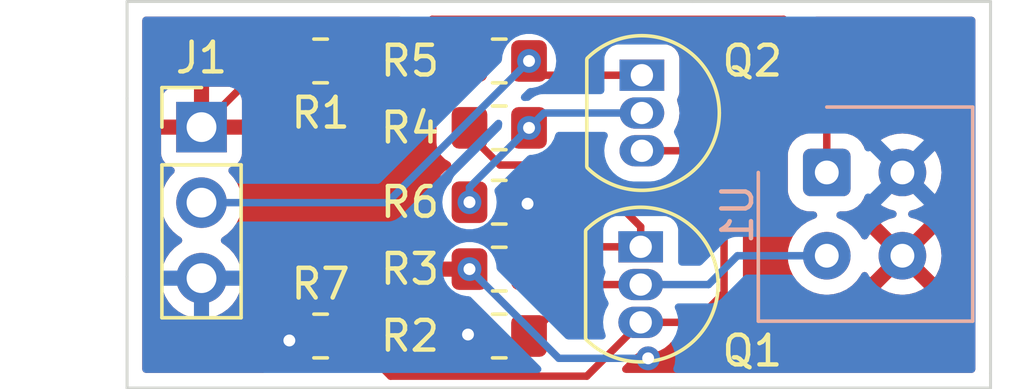
<source format=kicad_pcb>
(kicad_pcb (version 20211014) (generator pcbnew)
  (layers (0 "F.Cu" signal) (31 "B.Cu" signal) (34 "B.Paste" user) (35 "F.Paste" user) (36 "B.SilkS" user "B.Silkscreen") (37 "F.SilkS" user "F.Silkscreen") (38 "B.Mask" user) (39 "F.Mask" user) (44 "Edge.Cuts" user))
  (net 0 "")
  (net 1 "VCC")
  (net 2 "Net-(J1-Pad2)")
  (net 3 "GND")
  (net 4 "Net-(Q1-Pad1)")
  (net 5 "Net-(Q1-Pad2)")
  (net 6 "Net-(Q1-Pad3)")
  (net 7 "Net-(Q2-Pad2)")
  (net 8 "Net-(R1-Pad2)")
  (footprint "Resistor_SMD:R_0805_2012Metric_Pad1.20x1.40mm_HandSolder" (layer "F.Cu") (at 148.25 70)
    (fp_text reference "R5" (at -3 0) (layer "F.SilkS"))
    (fp_text value "R")
    (fp_line (start -0.227064 -0.735) (end 0.227064 -0.735) (layer "F.SilkS") (width 0.12))
    (fp_line (start -0.227064 0.735) (end 0.227064 0.735) (layer "F.SilkS") (width 0.12))
    (pad "1" smd roundrect (at -1 0) (size 1.2 1.4) (layers "F.Cu" "F.Paste" "F.Mask") (roundrect_rratio 0.2083333333) (net 1 "VCC"))
    (pad "2" smd roundrect (at 1 0) (size 1.2 1.4) (layers "F.Cu" "F.Paste" "F.Mask") (roundrect_rratio 0.2083333333) (net 2 "Net-(J1-Pad2)"))
  )
  (footprint "Package_TO_SOT_THT:TO-92_Inline" (layer "F.Cu") (at 153 76.25 -90)
    (fp_text reference "Q1" (at 3.5 -3.75 180) (layer "F.SilkS"))
    (fp_text value "BC547")
    (fp_line (start -0.53 1.85) (end 3.07 1.85) (layer "F.SilkS") (width 0.12))
    (fp_arc (start -0.568478 1.838478) (mid -1.132087 -0.994977) (end 1.27 -2.6) (layer "F.SilkS") (width 0.12))
    (fp_arc (start 1.27 -2.6) (mid 3.672087 -0.994977) (end 3.108478 1.838478) (layer "F.SilkS") (width 0.12))
    (pad "1" thru_hole rect (at 0 0 270) (size 1.05 1.5) (drill 0.75) (layers *.Cu *.Mask) (net 4 "Net-(Q1-Pad1)"))
    (pad "2" thru_hole oval (at 1.27 0 270) (size 1.05 1.5) (drill 0.75) (layers *.Cu *.Mask) (net 5 "Net-(Q1-Pad2)"))
    (pad "3" thru_hole oval (at 2.54 0 270) (size 1.05 1.5) (drill 0.75) (layers *.Cu *.Mask) (net 6 "Net-(Q1-Pad3)"))
  )
  (footprint "Resistor_SMD:R_0805_2012Metric_Pad1.20x1.40mm_HandSolder" (layer "F.Cu") (at 148.25 74.75)
    (fp_text reference "R6" (at -3 0) (layer "F.SilkS"))
    (fp_text value "1k")
    (fp_line (start -0.227064 -0.735) (end 0.227064 -0.735) (layer "F.SilkS") (width 0.12))
    (fp_line (start -0.227064 0.735) (end 0.227064 0.735) (layer "F.SilkS") (width 0.12))
    (pad "1" smd roundrect (at -1 0) (size 1.2 1.4) (layers "F.Cu" "F.Paste" "F.Mask") (roundrect_rratio 0.2083333333) (net 7 "Net-(Q2-Pad2)"))
    (pad "2" smd roundrect (at 1 0) (size 1.2 1.4) (layers "F.Cu" "F.Paste" "F.Mask") (roundrect_rratio 0.2083333333) (net 3 "GND"))
  )
  (footprint "Resistor_SMD:R_0805_2012Metric_Pad1.20x1.40mm_HandSolder" (layer "F.Cu") (at 142.25 70)
    (fp_text reference "R1" (at 0 1.75) (layer "F.SilkS"))
    (fp_text value "100")
    (fp_line (start -0.227064 -0.735) (end 0.227064 -0.735) (layer "F.SilkS") (width 0.12))
    (fp_line (start -0.227064 0.735) (end 0.227064 0.735) (layer "F.SilkS") (width 0.12))
    (pad "1" smd roundrect (at -1 0) (size 1.2 1.4) (layers "F.Cu" "F.Paste" "F.Mask") (roundrect_rratio 0.2083333333) (net 1 "VCC"))
    (pad "2" smd roundrect (at 1 0) (size 1.2 1.4) (layers "F.Cu" "F.Paste" "F.Mask") (roundrect_rratio 0.2083333333) (net 8 "Net-(R1-Pad2)"))
  )
  (footprint "Resistor_SMD:R_0805_2012Metric_Pad1.20x1.40mm_HandSolder" (layer "F.Cu") (at 142.25 79.25 180)
    (fp_text reference "R7" (at 0 1.75) (layer "F.SilkS"))
    (fp_text value "330")
    (fp_line (start -0.227064 -0.735) (end 0.227064 -0.735) (layer "F.SilkS") (width 0.12))
    (fp_line (start -0.227064 0.735) (end 0.227064 0.735) (layer "F.SilkS") (width 0.12))
    (pad "1" smd roundrect (at -1 0 180) (size 1.2 1.4) (layers "F.Cu" "F.Paste" "F.Mask") (roundrect_rratio 0.2083333333) (net 6 "Net-(Q1-Pad3)"))
    (pad "2" smd roundrect (at 1 0 180) (size 1.2 1.4) (layers "F.Cu" "F.Paste" "F.Mask") (roundrect_rratio 0.2083333333) (net 3 "GND"))
  )
  (footprint "Resistor_SMD:R_0805_2012Metric_Pad1.20x1.40mm_HandSolder" (layer "F.Cu") (at 148.25 72.25 180)
    (fp_text reference "R4" (at 3 0) (layer "F.SilkS"))
    (fp_text value "220")
    (fp_line (start -0.227064 0.735) (end 0.227064 0.735) (layer "F.SilkS") (width 0.12))
    (fp_line (start -0.227064 -0.735) (end 0.227064 -0.735) (layer "F.SilkS") (width 0.12))
    (pad "1" smd roundrect (at -1 0 180) (size 1.2 1.4) (layers "F.Cu" "F.Paste" "F.Mask") (roundrect_rratio 0.2083333333) (net 7 "Net-(Q2-Pad2)"))
    (pad "2" smd roundrect (at 1 0 180) (size 1.2 1.4) (layers "F.Cu" "F.Paste" "F.Mask") (roundrect_rratio 0.2083333333) (net 4 "Net-(Q1-Pad1)"))
  )
  (footprint "Resistor_SMD:R_0805_2012Metric_Pad1.20x1.40mm_HandSolder" (layer "F.Cu") (at 148.25 79.25 180)
    (fp_text reference "R2" (at 3 0) (layer "F.SilkS"))
    (fp_text value "6.8k")
    (fp_line (start -0.227064 -0.735) (end 0.227064 -0.735) (layer "F.SilkS") (width 0.12))
    (fp_line (start -0.227064 0.735) (end 0.227064 0.735) (layer "F.SilkS") (width 0.12))
    (pad "1" smd roundrect (at -1 0 180) (size 1.2 1.4) (layers "F.Cu" "F.Paste" "F.Mask") (roundrect_rratio 0.2083333333) (net 5 "Net-(Q1-Pad2)"))
    (pad "2" smd roundrect (at 1 0 180) (size 1.2 1.4) (layers "F.Cu" "F.Paste" "F.Mask") (roundrect_rratio 0.2083333333) (net 3 "GND"))
  )
  (footprint "Resistor_SMD:R_0805_2012Metric_Pad1.20x1.40mm_HandSolder" (layer "F.Cu") (at 148.25 77)
    (fp_text reference "R3" (at -3 0) (layer "F.SilkS"))
    (fp_text value "1k")
    (fp_line (start -0.227064 0.735) (end 0.227064 0.735) (layer "F.SilkS") (width 0.12))
    (fp_line (start -0.227064 -0.735) (end 0.227064 -0.735) (layer "F.SilkS") (width 0.12))
    (pad "1" smd roundrect (at -1 0) (size 1.2 1.4) (layers "F.Cu" "F.Paste" "F.Mask") (roundrect_rratio 0.2083333333) (net 1 "VCC"))
    (pad "2" smd roundrect (at 1 0) (size 1.2 1.4) (layers "F.Cu" "F.Paste" "F.Mask") (roundrect_rratio 0.2083333333) (net 4 "Net-(Q1-Pad1)"))
  )
  (footprint "Package_TO_SOT_THT:TO-92_Inline" (layer "F.Cu") (at 153.04 70.48 -90)
    (fp_text reference "Q2" (at -0.48 -3.71 180) (layer "F.SilkS"))
    (fp_text value "BC547")
    (fp_line (start -0.53 1.85) (end 3.07 1.85) (layer "F.SilkS") (width 0.12))
    (fp_arc (start 1.27 -2.6) (mid 3.672087 -0.994977) (end 3.108478 1.838478) (layer "F.SilkS") (width 0.12))
    (fp_arc (start -0.568478 1.838478) (mid -1.132087 -0.994977) (end 1.27 -2.6) (layer "F.SilkS") (width 0.12))
    (pad "1" thru_hole rect (at 0 0 270) (size 1.05 1.5) (drill 0.75) (layers *.Cu *.Mask) (net 2 "Net-(J1-Pad2)"))
    (pad "2" thru_hole oval (at 1.27 0 270) (size 1.05 1.5) (drill 0.75) (layers *.Cu *.Mask) (net 7 "Net-(Q2-Pad2)"))
    (pad "3" thru_hole oval (at 2.54 0 270) (size 1.05 1.5) (drill 0.75) (layers *.Cu *.Mask) (net 6 "Net-(Q1-Pad3)"))
  )
  (footprint "Connector_PinHeader_2.54mm:PinHeader_1x03_P2.54mm_Vertical" (layer "F.Cu") (at 138.25 72.225)
    (fp_text reference "J1" (at 0 -2.33) (layer "F.SilkS"))
    (fp_text value "Conn_01x03_Male")
    (fp_line (start -1.33 1.27) (end -1.33 6.41) (layer "F.SilkS") (width 0.12))
    (fp_line (start 1.33 1.27) (end 1.33 6.41) (layer "F.SilkS") (width 0.12))
    (fp_line (start -1.33 1.27) (end 1.33 1.27) (layer "F.SilkS") (width 0.12))
    (fp_line (start -1.33 6.41) (end 1.33 6.41) (layer "F.SilkS") (width 0.12))
    (fp_line (start -1.33 0) (end -1.33 -1.33) (layer "F.SilkS") (width 0.12))
    (fp_line (start -1.33 -1.33) (end 0 -1.33) (layer "F.SilkS") (width 0.12))
    (pad "1" thru_hole rect (at 0 0) (size 1.7 1.7) (drill 1) (layers *.Cu *.Mask) (net 1 "VCC"))
    (pad "2" thru_hole oval (at 0 2.54) (size 1.7 1.7) (drill 1) (layers *.Cu *.Mask) (net 2 "Net-(J1-Pad2)"))
    (pad "3" thru_hole oval (at 0 5.08) (size 1.7 1.7) (drill 1) (layers *.Cu *.Mask) (net 3 "GND"))
  )
  (footprint "OptoDevice:Vishay_CNY70" (layer "B.Cu") (at 159.25 73.75 -90)
    (fp_text reference "U1" (at 1.4 3 90) (layer "B.SilkS") (effects (justify mirror)))
    (fp_text value "CNY70")
    (fp_line (start -2.2 0) (end -2.2 -4.9) (layer "B.SilkS") (width 0.12))
    (fp_line (start 5 2.3) (end 0 2.3) (layer "B.SilkS") (width 0.12))
    (fp_line (start -2.2 -4.9) (end 5 -4.9) (layer "B.SilkS") (width 0.12))
    (fp_line (start 5 -4.9) (end 5 2.3) (layer "B.SilkS") (width 0.12))
    (pad "1" thru_hole roundrect (at 0 0 270) (size 1.6 1.6) (drill 0.8) (layers *.Cu *.Mask) (roundrect_rratio 0.156) (net 8 "Net-(R1-Pad2)"))
    (pad "2" thru_hole circle (at 0 -2.54 270) (size 1.6 1.6) (drill 0.8) (layers *.Cu *.Mask) (net 3 "GND"))
    (pad "3" thru_hole circle (at 2.8 -2.54 270) (size 1.6 1.6) (drill 0.8) (layers *.Cu *.Mask) (net 1 "VCC"))
    (pad "4" thru_hole circle (at 2.8 0 270) (size 1.6 1.6) (drill 0.8) (layers *.Cu *.Mask) (net 5 "Net-(Q1-Pad2)"))
  )
  (gr_line (start 164.75 80.5) (end 164.75 81) (layer "Edge.Cuts") (width 0.1))
  (gr_line (start 135.75 77.25) (end 135.75 71.25) (layer "Edge.Cuts") (width 0.1))
  (gr_line (start 135.75 68) (end 135.75 71.25) (layer "Edge.Cuts") (width 0.1))
  (gr_line (start 154 81) (end 135.75 81) (layer "Edge.Cuts") (width 0.1))
  (gr_line (start 135.75 81) (end 135.75 77.25) (layer "Edge.Cuts") (width 0.1))
  (gr_line (start 164.75 75) (end 164.75 80.5) (layer "Edge.Cuts") (width 0.1))
  (gr_line (start 164.75 68) (end 154.75 68) (layer "Edge.Cuts") (width 0.1))
  (gr_line (start 164.75 81) (end 154 81) (layer "Edge.Cuts") (width 0.1))
  (gr_line (start 164.75 75) (end 164.75 68) (layer "Edge.Cuts") (width 0.1))
  (gr_line (start 154.75 68) (end 135.75 68) (layer "Edge.Cuts") (width 0.1))
  (segment (start 145.4 76) (end 146.4 77) (width 0.25) (layer "F.Cu") (net 1))
  (segment (start 145.4 71.6) (end 145.4 76) (width 0.25) (layer "F.Cu") (net 1))
  (segment (start 141.25 70) (end 140.475 70) (width 0.25) (layer "F.Cu") (net 1))
  (segment (start 147.25 70) (end 146.8 70) (width 0.25) (layer "F.Cu") (net 1))
  (segment (start 146.8 70) (end 145.4 71.4) (width 0.25) (layer "F.Cu") (net 1))
  (segment (start 142.85 71.6) (end 145.4 71.6) (width 0.25) (layer "F.Cu") (net 1))
  (segment (start 140.475 70) (end 138.25 72.225) (width 0.25) (layer "F.Cu") (net 1))
  (segment (start 158.39 80) (end 153.25 80) (width 0.25) (layer "F.Cu") (net 1))
  (segment (start 141.25 70) (end 142.85 71.6) (width 0.25) (layer "F.Cu") (net 1))
  (segment (start 145.4 71.4) (end 145.4 71.6) (width 0.25) (layer "F.Cu") (net 1))
  (segment (start 158.39 80) (end 158.39 79.95) (width 0.25) (layer "F.Cu") (net 1))
  (segment (start 146.4 77) (end 147.25 77) (width 0.25) (layer "F.Cu") (net 1))
  (segment (start 158.39 79.95) (end 161.79 76.55) (width 0.25) (layer "F.Cu") (net 1))
  (via (at 153.25 80) (size 0.8) (drill 0.4) (layers "F.Cu" "B.Cu") (net 1))
  (via (at 147.25 77) (size 0.8) (drill 0.4) (layers "F.Cu" "B.Cu") (net 1))
  (segment (start 150.25 80) (end 147.25 77) (width 0.25) (layer "B.Cu") (net 1))
  (segment (start 153.25 80) (end 150.25 80) (width 0.25) (layer "B.Cu") (net 1))
  (segment (start 149.73 70.48) (end 153.04 70.48) (width 0.25) (layer "F.Cu") (net 2))
  (segment (start 149.25 70) (end 149.73 70.48) (width 0.25) (layer "F.Cu") (net 2))
  (via (at 149.25 70) (size 0.8) (drill 0.4) (layers "F.Cu" "B.Cu") (net 2))
  (segment (start 144.485 74.765) (end 138.25 74.765) (width 0.25) (layer "B.Cu") (net 2))
  (segment (start 149.25 70) (end 144.485 74.765) (width 0.25) (layer "B.Cu") (net 2))
  (segment (start 141.25 79.25) (end 141.25 79.35) (width 0.25) (layer "F.Cu") (net 3))
  (segment (start 149.25 74.75) (end 149.2 74.8) (width 0.25) (layer "F.Cu") (net 3))
  (segment (start 141.25 79.35) (end 141.2 79.4) (width 0.25) (layer "F.Cu") (net 3))
  (segment (start 147.25 79.25) (end 147.2 79.2) (width 0.25) (layer "F.Cu") (net 3))
  (via (at 141.2 79.4) (size 0.8) (drill 0.4) (layers "F.Cu" "B.Cu") (net 3))
  (via (at 147.2 79.2) (size 0.8) (drill 0.4) (layers "F.Cu" "B.Cu") (net 3))
  (via (at 149.2 74.8) (size 0.8) (drill 0.4) (layers "F.Cu" "B.Cu") (net 3))
  (segment (start 147.25 72.25) (end 147.25 72.475) (width 0.25) (layer "F.Cu") (net 4))
  (segment (start 153 75.575) (end 153 76.25) (width 0.25) (layer "F.Cu") (net 4))
  (segment (start 149.25 77) (end 150 76.25) (width 0.25) (layer "F.Cu") (net 4))
  (segment (start 147.25 72.475) (end 148.275 73.5) (width 0.25) (layer "F.Cu") (net 4))
  (segment (start 150 76.25) (end 153 76.25) (width 0.25) (layer "F.Cu") (net 4))
  (segment (start 148.275 73.5) (end 150.925 73.5) (width 0.25) (layer "F.Cu") (net 4))
  (segment (start 150.925 73.5) (end 153 75.575) (width 0.25) (layer "F.Cu") (net 4))
  (segment (start 150.98 77.52) (end 153 77.52) (width 0.25) (layer "F.Cu") (net 5))
  (segment (start 149.25 79.25) (end 150.98 77.52) (width 0.25) (layer "F.Cu") (net 5))
  (segment (start 153 77.52) (end 155.28 77.52) (width 0.25) (layer "B.Cu") (net 5))
  (segment (start 156.25 76.55) (end 159.25 76.55) (width 0.25) (layer "B.Cu") (net 5))
  (segment (start 155.28 77.52) (end 156.25 76.55) (width 0.25) (layer "B.Cu") (net 5))
  (segment (start 151.19 80.6) (end 153 78.79) (width 0.25) (layer "F.Cu") (net 6))
  (segment (start 154.8 78.8) (end 154.6 78.8) (width 0.25) (layer "F.Cu") (net 6))
  (segment (start 155.8 74.2) (end 155.8 77.8) (width 0.25) (layer "F.Cu") (net 6))
  (segment (start 154.62 73.02) (end 155.8 74.2) (width 0.25) (layer "F.Cu") (net 6))
  (segment (start 143.25 79.25) (end 144.6 80.6) (width 0.25) (layer "F.Cu") (net 6))
  (segment (start 153.04 73.02) (end 154.62 73.02) (width 0.25) (layer "F.Cu") (net 6))
  (segment (start 154.59 78.79) (end 153 78.79) (width 0.25) (layer "F.Cu") (net 6))
  (segment (start 144.6 80.6) (end 151.19 80.6) (width 0.25) (layer "F.Cu") (net 6))
  (segment (start 154.6 78.8) (end 154.59 78.79) (width 0.25) (layer "F.Cu") (net 6))
  (segment (start 155.8 77.8) (end 154.8 78.8) (width 0.25) (layer "F.Cu") (net 6))
  (segment (start 147.25 74.5) (end 147.25 74.75) (width 0.25) (layer "F.Cu") (net 7))
  (via (at 147.25 74.75) (size 0.8) (drill 0.4) (layers "F.Cu" "B.Cu") (net 7))
  (via (at 149.25 72.25) (size 0.8) (drill 0.4) (layers "F.Cu" "B.Cu") (net 7))
  (segment (start 153.04 71.75) (end 149.75 71.75) (width 0.25) (layer "B.Cu") (net 7))
  (segment (start 149.25 72.25) (end 147.25 74.25) (width 0.25) (layer "B.Cu") (net 7))
  (segment (start 147.25 74.25) (end 147.25 74.75) (width 0.25) (layer "B.Cu") (net 7))
  (segment (start 149.75 71.75) (end 149.25 72.25) (width 0.25) (layer "B.Cu") (net 7))
  (segment (start 159.25 70.05) (end 157.8 68.6) (width 0.25) (layer "F.Cu") (net 8))
  (segment (start 143.25 70) (end 144.6 70) (width 0.25) (layer "F.Cu") (net 8))
  (segment (start 144.6 70) (end 146 68.6) (width 0.25) (layer "F.Cu") (net 8))
  (segment (start 146 68.6) (end 157.8 68.6) (width 0.25) (layer "F.Cu") (net 8))
  (segment (start 159.25 73.75) (end 159.25 70.05) (width 0.25) (layer "F.Cu") (net 8))
  (zone (net 1) (net_name "VCC") (layer "F.Cu") (connect_pads (clearance 0.508)) (min_thickness 0.254) (fill yes (thermal_gap 0.508) (thermal_bridge_width 0.508))
    (polygon (pts (xy 164.75 81) (xy 135.75 81) (xy 135.75 68) (xy 164.75 68)))
  )
  (zone (net 3) (net_name "GND") (layer "B.Cu") (connect_pads (clearance 0.508)) (min_thickness 0.254) (fill yes (thermal_gap 0.508) (thermal_bridge_width 0.508))
    (polygon (pts (xy 164.75 81) (xy 135.75 81) (xy 135.5 68) (xy 164.75 68)))
  )
)
</source>
